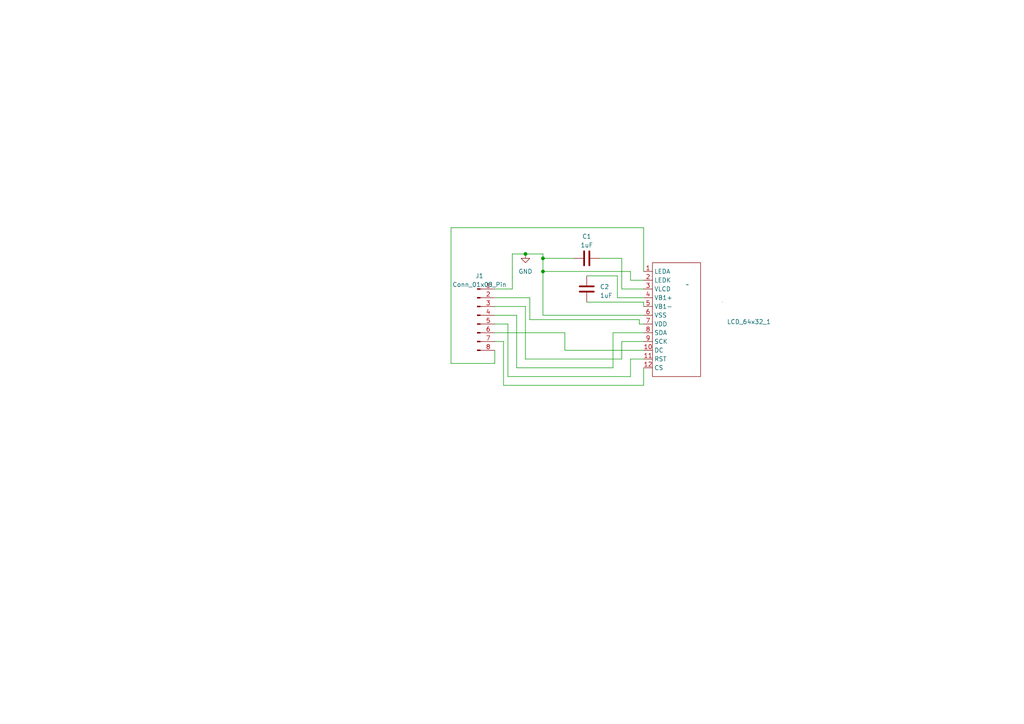
<source format=kicad_sch>
(kicad_sch (version 20230121) (generator eeschema)
  (paper "A4")
  (lib_symbols
    (symbol "Connector:Conn_01x08_Pin" (pin_names (offset 1.016) hide)
      (property "Reference" "J" (at 0 10.16 0))
      (property "Value" "Conn_01x08_Pin" (at 0 -12.7 0))
      (symbol "Conn_01x08_Pin_1_1"
        (polyline (pts (xy 1.27 -10.16) (xy 0.8636 -10.16)) (stroke (width 0.1524)))
        (polyline (pts (xy 1.27 -7.62) (xy 0.8636 -7.62)) (stroke (width 0.1524)))
        (polyline (pts (xy 1.27 -5.08) (xy 0.8636 -5.08)) (stroke (width 0.1524)))
        (polyline (pts (xy 1.27 -2.54) (xy 0.8636 -2.54)) (stroke (width 0.1524)))
        (polyline (pts (xy 1.27 0) (xy 0.8636 0)) (stroke (width 0.1524)))
        (polyline (pts (xy 1.27 2.54) (xy 0.8636 2.54)) (stroke (width 0.1524)))
        (polyline (pts (xy 1.27 5.08) (xy 0.8636 5.08)) (stroke (width 0.1524)))
        (polyline (pts (xy 1.27 7.62) (xy 0.8636 7.62)) (stroke (width 0.1524)))
        (rectangle (start 0.8636 -10.033) (end 0 -10.287) (stroke (width 0.1524)) (fill (type outline)))
        (rectangle (start 0.8636 -7.493) (end 0 -7.747) (stroke (width 0.1524)) (fill (type outline)))
        (rectangle (start 0.8636 -4.953) (end 0 -5.207) (stroke (width 0.1524)) (fill (type outline)))
        (rectangle (start 0.8636 -2.413) (end 0 -2.667) (stroke (width 0.1524)) (fill (type outline)))
        (rectangle (start 0.8636 0.127) (end 0 -0.127) (stroke (width 0.1524)) (fill (type outline)))
        (rectangle (start 0.8636 2.667) (end 0 2.413) (stroke (width 0.1524)) (fill (type outline)))
        (rectangle (start 0.8636 5.207) (end 0 4.953) (stroke (width 0.1524)) (fill (type outline)))
        (rectangle (start 0.8636 7.747) (end 0 7.493) (stroke (width 0.1524)) (fill (type outline)))
        (pin passive line (at 5.08 7.62 180) (length 3.81) (name "Pin_1") (number "1"))
        (pin passive line (at 5.08 5.08 180) (length 3.81) (name "Pin_2") (number "2"))
        (pin passive line (at 5.08 2.54 180) (length 3.81) (name "Pin_3") (number "3"))
        (pin passive line (at 5.08 0 180) (length 3.81) (name "Pin_4") (number "4"))
        (pin passive line (at 5.08 -2.54 180) (length 3.81) (name "Pin_5") (number "5"))
        (pin passive line (at 5.08 -5.08 180) (length 3.81) (name "Pin_6") (number "6"))
        (pin passive line (at 5.08 -7.62 180) (length 3.81) (name "Pin_7") (number "7"))
        (pin passive line (at 5.08 -10.16 180) (length 3.81) (name "Pin_8") (number "8"))
      )
    )
    (symbol "Device:C" (pin_numbers hide) (pin_names (offset 0.254))
      (property "Reference" "C" (at 0.635 2.54 0))
      (property "Value" "C" (at 0.635 -2.54 0))
      (symbol "C_0_1"
        (polyline (pts (xy -2.032 -0.762) (xy 2.032 -0.762)) (stroke (width 0.508)))
        (polyline (pts (xy -2.032 0.762) (xy 2.032 0.762)) (stroke (width 0.508)))
      )
      (symbol "C_1_1"
        (pin passive line (at 0 3.81 270) (length 2.794) (name "~") (number "1"))
        (pin passive line (at 0 -3.81 90) (length 2.794) (name "~") (number "2"))
      )
    )
    (symbol "Larry_Library:LCD_64x32"
      (property "Reference" "LCD_64x32" (at -3.81 7.62 0))
      (symbol "LCD_64x32_0_1"
        (rectangle (start -10.16 6.35) (end 3.81 -26.67))
        (rectangle (start 10.16 -5.08) (end 10.16 -5.08))
      )
      (symbol "LCD_64x32_1_1"
        (pin input line (at -12.7 3.81 0) (length 2.54) (name "LEDA") (number "1"))
        (pin input line (at -12.7 -19.05 0) (length 2.54) (name "DC") (number "10"))
        (pin input line (at -12.7 -21.59 0) (length 2.54) (name "RST") (number "11"))
        (pin input line (at -12.7 -24.13 0) (length 2.54) (name "CS") (number "12"))
        (pin input line (at -12.7 1.27 0) (length 2.54) (name "LEDK") (number "2"))
        (pin input line (at -12.7 -1.27 0) (length 2.54) (name "VLCD") (number "3"))
        (pin input line (at -12.7 -3.81 0) (length 2.54) (name "VB1+") (number "4"))
        (pin input line (at -12.7 -6.35 0) (length 2.54) (name "VB1-") (number "5"))
        (pin input line (at -12.7 -8.89 0) (length 2.54) (name "VSS") (number "6"))
        (pin input line (at -12.7 -11.43 0) (length 2.54) (name "VDD") (number "7"))
        (pin input line (at -12.7 -13.97 0) (length 2.54) (name "SDA") (number "8"))
        (pin input line (at -12.7 -16.51 0) (length 2.54) (name "SCK") (number "9"))
      )
    )
    (symbol "power:GND" (power) (pin_names (offset 0))
      (property "Value" "GND" (at 0 -3.81 0))
      (symbol "GND_0_1"
        (polyline (pts (xy 0 0) (xy 0 -1.27) (xy 1.27 -1.27) (xy 0 -2.54) (xy -1.27 -1.27) (xy 0 -1.27)))
      )
      (symbol "GND_1_1"
        (pin power_in line (at 0 0 270) (length 0) hide (name "GND") (number "1"))
      )
    )
  )
  (junction (at 157.48 74.93))
  (junction (at 152.4 73.66))
  (junction (at 157.48 78.74))
  (wire (pts (xy 166.37 74.93) (xy 157.48 74.93)))
  (wire (pts (xy 143.51 105.41) (xy 130.81 105.41)))
  (wire (pts (xy 170.18 87.63) (xy 186.69 87.63)))
  (wire (pts (xy 186.69 66.04) (xy 186.69 78.74)))
  (wire (pts (xy 186.69 87.63) (xy 186.69 88.9)))
  (wire (pts (xy 170.18 80.01) (xy 179.07 80.01)))
  (wire (pts (xy 143.51 101.6) (xy 143.51 105.41)))
  (wire (pts (xy 186.69 83.82) (xy 180.34 83.82)))
  (wire (pts (xy 182.88 104.14) (xy 186.69 104.14)))
  (wire (pts (xy 185.42 93.98) (xy 185.42 92.71)))
  (wire (pts (xy 186.69 91.44) (xy 157.48 91.44)))
  (wire (pts (xy 185.42 92.71) (xy 153.67 92.71)))
  (wire (pts (xy 146.05 99.06) (xy 146.05 111.76)))
  (wire (pts (xy 148.59 83.82) (xy 148.59 73.66)))
  (wire (pts (xy 179.07 86.36) (xy 186.69 86.36)))
  (wire (pts (xy 143.51 86.36) (xy 153.67 86.36)))
  (wire (pts (xy 180.34 83.82) (xy 180.34 74.93)))
  (wire (pts (xy 177.8 96.52) (xy 177.8 106.68)))
  (wire (pts (xy 130.81 105.41) (xy 130.81 66.04)))
  (wire (pts (xy 177.8 106.68) (xy 149.86 106.68)))
  (wire (pts (xy 157.48 78.74) (xy 157.48 91.44)))
  (wire (pts (xy 182.88 109.22) (xy 182.88 104.14)))
  (wire (pts (xy 157.48 73.66) (xy 157.48 74.93)))
  (wire (pts (xy 182.88 78.74) (xy 157.48 78.74)))
  (wire (pts (xy 186.69 81.28) (xy 182.88 81.28)))
  (wire (pts (xy 186.69 99.06) (xy 180.34 99.06)))
  (wire (pts (xy 163.83 96.52) (xy 143.51 96.52)))
  (wire (pts (xy 186.69 101.6) (xy 163.83 101.6)))
  (wire (pts (xy 148.59 73.66) (xy 152.4 73.66)))
  (wire (pts (xy 179.07 80.01) (xy 179.07 86.36)))
  (wire (pts (xy 182.88 81.28) (xy 182.88 78.74)))
  (wire (pts (xy 153.67 92.71) (xy 153.67 86.36)))
  (wire (pts (xy 180.34 74.93) (xy 173.99 74.93)))
  (wire (pts (xy 147.32 109.22) (xy 182.88 109.22)))
  (wire (pts (xy 152.4 88.9) (xy 143.51 88.9)))
  (wire (pts (xy 157.48 74.93) (xy 157.48 78.74)))
  (wire (pts (xy 149.86 106.68) (xy 149.86 91.44)))
  (wire (pts (xy 130.81 66.04) (xy 186.69 66.04)))
  (wire (pts (xy 163.83 101.6) (xy 163.83 96.52)))
  (wire (pts (xy 147.32 93.98) (xy 147.32 109.22)))
  (wire (pts (xy 143.51 99.06) (xy 146.05 99.06)))
  (wire (pts (xy 149.86 91.44) (xy 143.51 91.44)))
  (wire (pts (xy 143.51 93.98) (xy 147.32 93.98)))
  (wire (pts (xy 143.51 83.82) (xy 148.59 83.82)))
  (wire (pts (xy 157.48 73.66) (xy 152.4 73.66)))
  (wire (pts (xy 186.69 111.76) (xy 186.69 106.68)))
  (wire (pts (xy 180.34 99.06) (xy 180.34 104.14)))
  (wire (pts (xy 186.69 93.98) (xy 185.42 93.98)))
  (wire (pts (xy 152.4 104.14) (xy 152.4 88.9)))
  (wire (pts (xy 186.69 96.52) (xy 177.8 96.52)))
  (wire (pts (xy 146.05 111.76) (xy 186.69 111.76)))
  (wire (pts (xy 180.34 104.14) (xy 152.4 104.14)))
  (symbol (lib_id "Larry_Library:LCD_64x32") (at 199.39 82.55 0) (unit 1)
    (property "Reference" "LCD_64x32_1" (at 210.82 93.345 0) (effects (justify left)))
    (property "Value" "~" (at 199.39 82.55 0))
    (property "Footprint" "Connector:FPC_12x0.6" (effects hide))
  )
  (symbol (lib_id "Device:C") (at 170.18 74.93 90) (unit 1)
    (property "Reference" "C1" (at 170.18 68.58 90))
    (property "Value" "1uF" (at 170.18 71.12 90))
    (property "Footprint" "Capacitor_SMD:C_0603_1608Metric" (effects hide))
  )
  (symbol (lib_id "Connector:Conn_01x08_Pin") (at 138.43 91.44 0) (unit 1)
    (property "Reference" "J1" (at 139.065 80.01 0))
    (property "Value" "Conn_01x08_Pin" (at 139.065 82.55 0))
    (property "Footprint" "Connector_PinHeader_2.54mm:PinHeader_1x08_P2.54mm_Vertical" (effects hide))
  )
  (symbol (lib_id "Device:C") (at 170.18 83.82 180) (unit 1)
    (property "Reference" "C2" (at 173.99 83.185 0) (effects (justify right)))
    (property "Value" "1uF" (at 173.99 85.725 0) (effects (justify right)))
    (property "Footprint" "Capacitor_SMD:C_0603_1608Metric" (effects hide))
  )
  (symbol (lib_id "power:GND") (at 152.4 73.66 0) (unit 1)
    (property "Reference" "#PWR02" (effects hide))
    (property "Value" "GND" (at 152.4 78.74 0))
  )
)
</source>
